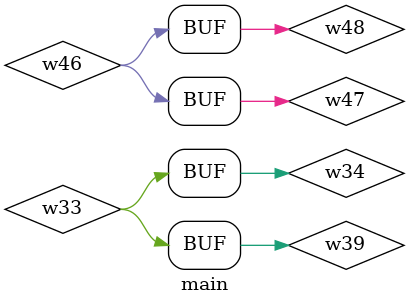
<source format=v>

module main;    //: root_module
wire w6;    //: /sn:0 {0}(483,145)(523,145)(523,128)(548,128)(548,140)(573,140)(573,190)(499,190)(499,160){1}
wire w32;    //: /sn:0 {0}(631,288)(641,288){1}
wire w7;    //: /sn:0 {0}(477,423)(487,423){1}
wire w46;    //: /sn:0 /dp:1 {0}(731,563)(688,563)(688,554){1}
//: {2}(690,552)(704,552)(704,514)(729,514){3}
//: {4}(686,552)(653,552){5}
wire w14;    //: /sn:0 /dp:1 {0}(529,93)(519,93)(519,74)(538,74)(538,41)(485,41){1}
wire w16;    //: /sn:0 {0}(550,96)(560,96){1}
wire w4;    //: /sn:0 {0}(452,147)(462,147){1}
wire w15;    //: /sn:0 {0}(519,98)(529,98){1}
wire w19;    //: /sn:0 {0}(611,425)(621,425){1}
wire w38;    //: /sn:0 {0}(754,387)(764,387){1}
wire w3;    //: /sn:0 {0}(482,280)(523,280){1}
//: {2}(527,280)(580,280){3}
//: {4}(525,278)(525,234)(555,234){5}
wire w0;    //: /sn:0 {0}(452,142)(462,142){1}
wire w37;    //: /sn:0 {0}(728,387)(738,387){1}
wire w34;    //: /sn:0 {0}(751,356)(761,356){1}
wire w21;    //: /sn:0 {0}(611,463)(621,463){1}
wire w43;    //: /sn:0 {0}(622,549)(632,549){1}
wire w31;    //: /sn:0 {0}(631,283)(641,283){1}
wire w28;    //: /sn:0 {0}(662,286)(703,286){1}
//: {2}(707,286)(760,286){3}
//: {4}(705,284)(705,240)(735,240){5}
wire w20;    //: /sn:0 {0}(595,463)(583,463)(583,425)(595,425){1}
wire w24;    //: /sn:0 {0}(554,355)(531,355){1}
//: {2}(529,353)(529,324)(555,324){3}
//: {4}(527,355)(489,355){5}
wire w23;    //: /sn:0 {0}(544,383)(554,383){1}
wire w41;    //: /sn:0 {0}(499,551)(509,551){1}
wire w36;    //: /sn:0 {0}(639,358)(649,358){1}
wire w1;    //: /sn:0 {0}(451,277)(461,277){1}
wire w25;    //: /sn:0 {0}(571,324)(581,324){1}
wire w40;    //: /sn:0 {0}(561,470)(571,470){1}
wire w18;    //: /sn:0 {0}(530,472)(540,472){1}
wire w8;    //: /sn:0 {0}(576,232)(586,232){1}
wire w35;    //: /sn:0 {0}(639,353)(649,353){1}
wire w30;    //: /sn:0 {0}(756,238)(766,238){1}
wire w17;    //: /sn:0 {0}(540,467)(524,467)(524,426)(508,426){1}
wire w22;    //: /sn:0 {0}(458,357)(468,357){1}
wire w2;    //: /sn:0 {0}(451,282)(461,282){1}
wire w11;    //: /sn:0 {0}(454,38)(464,38){1}
wire w12;    //: /sn:0 {0}(454,43)(464,43){1}
wire w44;    //: /sn:0 {0}(622,554)(632,554){1}
wire w10;    //: /sn:0 {0}(458,352)(468,352){1}
wire w27;    //: /sn:0 {0}(570,383)(580,383){1}
wire w13;    //: /sn:0 {0}(499,546)(509,546){1}
wire w5;    //: /sn:0 {0}(545,229)(555,229){1}
wire w33;    //: /sn:0 {0}(735,356)(712,356){1}
//: {2}(710,354)(710,325)(736,325){3}
//: {4}(708,356)(670,356){5}
wire w48;    //: /sn:0 {0}(745,514)(755,514){1}
wire w29;    //: /sn:0 {0}(725,235)(735,235){1}
wire w47;    //: /sn:0 {0}(747,563)(757,563){1}
wire w9;    //: /sn:0 {0}(477,428)(487,428){1}
wire w42;    //: /sn:0 {0}(530,549)(548,549)(548,513){1}
wire w26;    //: /sn:0 {0}(570,355)(580,355){1}
wire w39;    //: /sn:0 {0}(752,325)(762,325){1}
//: enddecls

  //: comment g4 /dolink:0 /link:"" @(536,248) /sn:0 /anc:1
  //: /line:"<---"
  //: /end
  xor g8 (.I0(w0), .I1(w4), .Z(w6));   //: @(473,145) /sn:0 /w:[ 1 1 0 ]
  //: comment g61 /dolink:0 /link:"@T/edwire_tut.v" @(630,100) /sn:0 /anc:1
  //: /line:"Editing Wires"
  //: /end
  or g13 (.I0(w17), .I1(w18), .Z(w40));   //: @(551,470) /sn:0 /w:[ 0 1 0 ]
  //: joint g3 (w3) @(525, 280) /w:[ 2 4 1 -1 ]
  //: frame g34 @(444,312) /sn:0 /anc:1 /wi:160 /ht:88 /tx:"Fig. 4a"
  //: joint g37 (w33) @(710, 356) /w:[ 1 2 4 -1 ]
  //: frame g51 @(449,500) /sn:0 /anc:1 /wi:145 /ht:74 /tx:"Fig. 6a"
  and g2 (.I0(w5), .I1(w3), .Z(w8));   //: @(566,232) /sn:0 /w:[ 1 5 0 ]
  //: comment g1 /dolink:1 /link:"@T/edit1_tut.v" @(630,70) /sn:0 /anc:1
  //: /line:"Basic Editing Modes"
  //: /end
  //: comment g16 /dolink:1 /link:"@T/module_tut.v" @(630,115) /sn:0 /anc:1
  //: /line:"Using Modules"
  //: /end
  and g11 (.I0(w14), .I1(w15), .Z(w16));   //: @(540,96) /sn:0 /w:[ 0 1 0 ]
  and g10 (.I0(w11), .I1(w12), .Z(w14));   //: @(475,41) /sn:0 /w:[ 1 1 1 ]
  buf g28 (.I(w24), .Z(w26));   //: @(560,355) /sn:0 /w:[ 0 0 ]
  //: joint g50 (w46) @(688, 552) /w:[ 2 -1 4 1 ]
  buf g19 (.I(w20), .Z(w19));   //: @(601,425) /sn:0 /w:[ 1 0 ]
  //: joint g27 (w24) @(529, 355) /w:[ 1 2 4 -1 ]
  and g32 (.I0(w29), .I1(w28), .Z(w30));   //: @(746,238) /sn:0 /w:[ 1 5 0 ]
  //: comment g6 /dolink:0 /link:"" @(22,11) /sn:0 /anc:1
  //: /line:"This tutorial introduces special wire editing features."
  //: /end
  and g38 (.I0(w35), .I1(w36), .Z(w33));   //: @(660,356) /sn:0 /w:[ 1 1 5 ]
  //: comment g9 /dolink:0 /link:"" @(26,30) /anc:1
  //: /line:"1) TkGate has a \"gravity\" feature that causes short"
  //: /line:"segements to be automatically deleted. Click on the"
  //: /line:"wire at the point indicated by the arrow in the circuit"
  //: /line:"in Fig. 1 and move it until it is nearly alligned with"
  //: /line:"the other vertical segment.  When you release the"
  //: /line:"mouse button, the segments will \"snap\" together."
  //: /line:""
  //: /line:"2) TkGate will automatically delete segments of wires"
  //: /line:"which form loops.  To demonstrate this, select the end"
  //: /line:"of the output wire of the XOR gate in Fig. 2 with the"
  //: /line:"left mouse button.  Drag the end up just above the"
  //: /line:"segment direcly connected to the XOR output and release"
  //: /line:"the mouse button.  You can disable the automatic cleanup"
  //: /line:"feature by holding the Alt key while moveing wires."
  //: /line:""
  //: /line:"3) TkGate also deletes uneeded joints automatically"
  //: /line:"Select the wire cutters tool and cut the wire at"
  //: /line:"the point indicated by the arrow in Fig. 3a.  Notice"
  //: /line:"that the joint is automatically removed.  Now cut at"
  //: /line:"the point indicated by the arrow in Fig. 3b  The free"
  //: /line:"end is automatically deleted."
  //: /line:""
  //: /line:"4) Switch back to Move/Connect mode and select the input"
  //: /line:"of the lowest buffer in Fig. 4a so that the solder cursor"
  //: /line:"appears.  Move the endpoint near the joint and release it."
  //: /line:"The wire will be attached to the joint.  Now repeat this"
  //: /line:"action in Fig. 4b, this time releasing it between the AND"
  //: /line:"gate output and the joint.  This time a new joint will be"
  //: /line:"created."
  //: /line:""
  //: /line:"5) Add a new segment to connect the output of the AND"
  //: /line:"gate in Fig. 5 to the input of the two buffers by right"
  //: /line:"clicking on the wire segment at the point indicated by"
  //: /line:"the arrow.  Then select \"Add Wire Segment\" from the"
  //: /line:"popup menu.  You can now solder the end of the created"
  //: /line:"segment somewhere on the wire connecting the buffer inputs."
  //: /line:""
  //: /line:"6) In Figs. 6a and 6b, select the wire at the point"
  //: /line:"indicated by the arrows and drag it to the left past"
  //: /line:"the output point of the AND gate and past the position"
  //: /line:"of the joint.  In the AND gate example, segments will"
  //: /line:"be added to ensure the wire exits the AND gate to the"
  //: /line:"right.  In the joint example, the position of the wire"
  //: /line:"arround the joint will be adjusted."
  //: /end
  //: comment g7 /dolink:0 /link:"" @(507,152) /sn:0 /anc:1
  //: /line:"<---"
  //: /end
  //: comment g53 /dolink:0 /link:"" @(720,525) /sn:0 /anc:1
  //: /line:"<---"
  //: /end
  //: frame g15 @(600,25) /sn:0 /anc:1 /wi:213 /ht:149 /tx:"Tutorials"
  //: comment g20 /dolink:1 /link:"@T/create_tut.v" @(630,55) /sn:0 /anc:1
  //: /line:"Creating a Circuit"
  //: /end
  //: joint g31 (w28) @(705, 286) /w:[ 2 4 1 -1 ]
  and g39 (.I0(w13), .I1(w41), .Z(w42));   //: @(520,549) /sn:0 /w:[ 1 1 0 ]
  //: frame g43 @(624,217) /sn:0 /anc:1 /wi:160 /ht:85 /tx:"Fig. 3b"
  buf g48 (.I(w46), .Z(w47));   //: @(737,563) /sn:0 /w:[ 0 0 ]
  //: comment g17 /dolink:1 /link:"@T/sim_tut.v" @(630,130) /sn:0 /anc:1
  //: /line:"Combinational Simulation"
  //: /end
  and g25 (.I0(w10), .I1(w22), .Z(w24));   //: @(479,355) /sn:0 /w:[ 1 1 5 ]
  buf g29 (.I(w23), .Z(w27));   //: @(560,383) /sn:0 /w:[ 1 0 ]
  //: frame g42 @(444,216) /sn:0 /anc:1 /wi:163 /ht:83 /tx:"Fig. 3a"
  //: frame g52 @(604,502) /sn:0 /anc:1 /wi:189 /ht:73 /tx:"Fig. 6b"
  //: comment g14 /dolink:1 /link:"@T/seqsim_tut.v" @(630,145) /sn:0 /anc:1
  //: /line:"Sequential Simulation"
  //: /end
  and g5 (.I0(w7), .I1(w9), .Z(w17));   //: @(498,426) /sn:0 /w:[ 1 1 1 ]
  buf g44 (.I(w37), .Z(w38));   //: @(744,387) /sn:0 /w:[ 1 0 ]
  and g47 (.I0(w43), .I1(w44), .Z(w46));   //: @(643,552) /sn:0 /w:[ 1 1 5 ]
  //: comment g21 /dolink:1 /link:"@T/edit2_tut.v" @(630,85) /sn:0 /anc:1
  //: /line:"Group Editing Features"
  //: /end
  //: comment g24 /dolink:0 /link:"" @(492,437) /sn:0 /anc:1
  //: /line:"--->"
  //: /end
  buf g36 (.I(w33), .Z(w34));   //: @(741,356) /sn:0 /w:[ 0 0 ]
  buf g23 (.I(w20), .Z(w21));   //: @(601,463) /sn:0 /w:[ 0 0 ]
  //: frame g41 @(442,122) /sn:0 /anc:1 /wi:142 /ht:86 /tx:"Fig. 2"
  //: frame g40 @(441,25) /sn:0 /anc:1 /wi:147 /ht:86 /tx:"Fig. 1"
  //: comment g54 /dolink:0 /link:"" @(556,521) /sn:0 /anc:1
  //: /line:"<---"
  //: /end
  and g0 (.I0(w1), .I1(w2), .Z(w3));   //: @(472,280) /sn:0 /w:[ 1 1 0 ]
  //: comment g22 /dolink:0 /link:"" @(605,100) /sn:0 /anc:1
  //: /line:"->"
  //: /end
  buf g26 (.I(w24), .Z(w25));   //: @(561,324) /sn:0 /w:[ 3 0 ]
  //: frame g35 @(625,313) /sn:0 /anc:1 /wi:159 /ht:88 /tx:"Fig. 4b"
  buf g45 (.I(w33), .Z(w39));   //: @(742,325) /sn:0 /w:[ 3 0 ]
  //: frame g46 @(447,411) /sn:0 /anc:1 /wi:190 /ht:75 /tx:"Fig. 5"
  //: comment g18 /dolink:1 /link:"@T/welcome_tut.v" @(630,40) /sn:0 /anc:1
  //: /line:"TkGate Introduction"
  //: /end
  //: comment g12 /dolink:0 /link:"" @(549,50) /sn:0 /anc:1
  //: /line:"<---"
  //: /end
  //: comment g30 /dolink:0 /link:"" @(730,252) /sn:0 /anc:1
  //: /line:"|"
  //: /line:"v"
  //: /end
  and g33 (.I0(w31), .I1(w32), .Z(w28));   //: @(652,286) /sn:0 /w:[ 1 1 0 ]
  buf g49 (.I(w46), .Z(w48));   //: @(735,514) /sn:0 /w:[ 3 0 ]

endmodule

</source>
